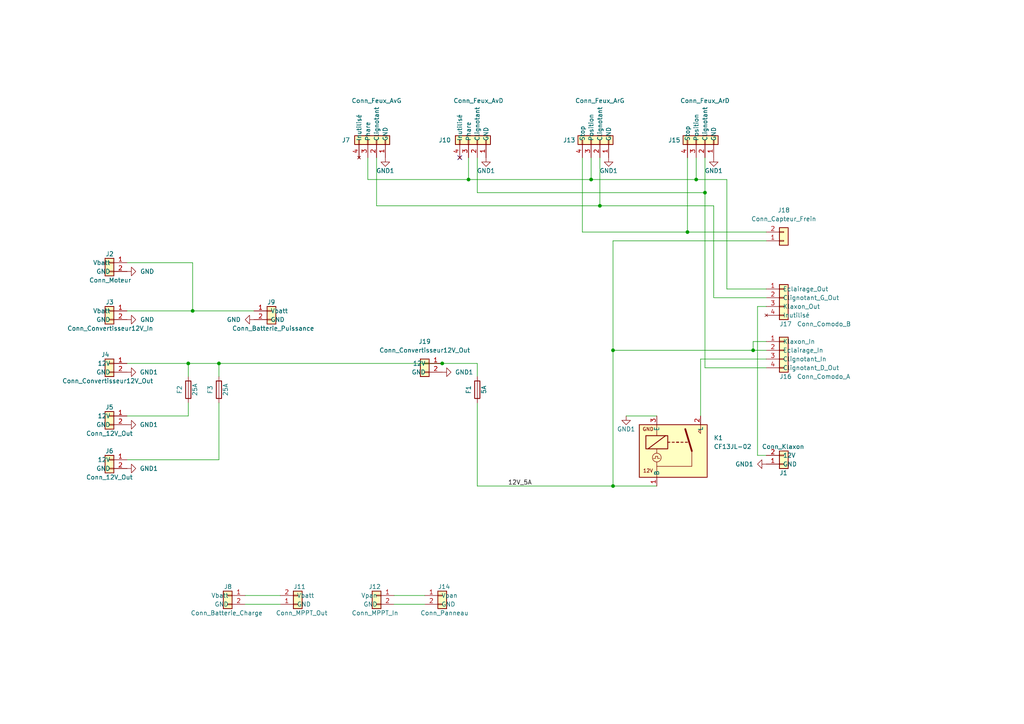
<source format=kicad_sch>
(kicad_sch (version 20211123) (generator eeschema)
  (paper "A4")
  (title_block (title "Boitier électrique vhéliotech") (date "2024-12-28") (company "Vélo solaire pour tous") (comment 1 "Licence CERN-OHL-S version 2"))
  (lib_symbols
    (symbol "Conn_Convertisseur12V_Out_1" (pin_names (offset 1.016))
      (property "Reference" "J" (at 0 2.54 0))
      (property "Value" "Conn_Convertisseur12V_Out_1" (at 0 -5.08 0))
      (symbol "Conn_Convertisseur12V_Out_1_1_1"
        (rectangle (start -1.27 -2.413) (end 0 -2.667) (stroke (width 0.1524)))
        (rectangle (start -1.27 0.127) (end 0 -0.127) (stroke (width 0.1524)))
        (rectangle (start -1.27 1.27) (end 1.27 -3.81) (stroke (width 0.254)) (fill (type background)))
        (pin power_out line (at -5.08 0 0) (length 3.81) (name "12V") (number "1"))
        (pin power_out line (at -5.08 -2.54 0) (length 3.81) (name "GND") (number "2"))
      )
    )
    (symbol "Connector_Generic:Conn_01x02" (pin_names (offset 1.016) hide)
      (property "Reference" "J" (at 0 2.54 0))
      (property "Value" "Conn_01x02" (at 0 -5.08 0))
      (symbol "Conn_01x02_1_1"
        (rectangle (start -1.27 -2.413) (end 0 -2.667) (stroke (width 0.1524)))
        (rectangle (start -1.27 0.127) (end 0 -0.127) (stroke (width 0.1524)))
        (rectangle (start -1.27 1.27) (end 1.27 -3.81) (stroke (width 0.254)) (fill (type background)))
        (pin passive line (at -5.08 0 0) (length 3.81) (name "Pin_1") (number "1"))
        (pin passive line (at -5.08 -2.54 0) (length 3.81) (name "Pin_2") (number "2"))
      )
    )
    (symbol "circuit:CF13JL-02"
      (property "Reference" "K" (at 11.43 3.81 0))
      (property "Value" "CF13JL-02" (at 17.78 1.27 0))
      (symbol "CF13JL-02_0_1"
        (circle (center -5.08 -4.445) (radius 1.27))
        (polyline (pts (xy -5.08 -6.985) (xy -5.08 -5.715)))
        (polyline (pts (xy -6.096 -4.699) (xy -5.461 -4.699) (xy -5.461 -4.064) (xy -4.826 -4.064) (xy -4.826 -4.699) (xy -4.191 -4.699)))
      )
      (symbol "CF13JL-02_1_1"
        (rectangle (start -10.16 5.08) (end 9.525 -10.16) (stroke (width 0.254)) (fill (type background)))
        (rectangle (start -8.255 1.905) (end -1.905 -1.905) (stroke (width 0.254)))
        (polyline (pts (xy -7.62 -1.905) (xy -2.54 1.905)) (stroke (width 0.254)))
        (polyline (pts (xy -5.08 -10.16) (xy -5.08 -6.985)))
        (polyline (pts (xy -5.08 -3.175) (xy -5.08 -1.905)))
        (polyline (pts (xy -5.08 5.08) (xy -5.08 1.905)))
        (polyline (pts (xy -1.905 0) (xy -1.27 0)) (stroke (width 0.254)))
        (polyline (pts (xy -0.635 0) (xy 0 0)) (stroke (width 0.254)))
        (polyline (pts (xy 0.635 0) (xy 1.27 0)) (stroke (width 0.254)))
        (polyline (pts (xy 0.635 0) (xy 1.27 0)) (stroke (width 0.254)))
        (polyline (pts (xy 1.905 0) (xy 2.54 0)) (stroke (width 0.254)))
        (polyline (pts (xy 3.175 0) (xy 3.81 0)) (stroke (width 0.254)))
        (polyline (pts (xy 5.08 -6.985) (xy -5.08 -6.985)))
        (polyline (pts (xy 5.08 -2.54) (xy 3.175 3.81)) (stroke (width 0.508)))
        (polyline (pts (xy 5.08 -2.54) (xy 5.08 -6.985)))
        (polyline (pts (xy 7.62 3.81) (xy 7.62 5.08)))
        (polyline (pts (xy 7.62 3.81) (xy 7.62 2.54) (xy 6.985 3.175) (xy 7.62 3.81)))
        (text "12V" (at -7.62 -8.255 0) (effects (font (size 1.016 1.016))))
        (text "GND" (at -7.62 3.81 0) (effects (font (size 1.016 1.016))))
        (pin passive line (at -5.08 -12.7 90) (length 2.54) (name "B") (number "1"))
        (pin passive line (at 7.62 7.62 270) (length 2.54) (name "L") (number "2"))
        (pin passive line (at -5.08 7.62 270) (length 2.54) (name "E") (number "3"))
      )
    )
    (symbol "circuit:Conn_12V_Out" (pin_names (offset 1.016))
      (property "Reference" "J" (at 0 2.54 0))
      (property "Value" "Conn_12V_Out" (at 0 -5.08 0))
      (symbol "Conn_12V_Out_1_1"
        (rectangle (start -1.27 -2.413) (end 0 -2.667) (stroke (width 0.1524)))
        (rectangle (start -1.27 0.127) (end 0 -0.127) (stroke (width 0.1524)))
        (rectangle (start -1.27 1.27) (end 1.27 -3.81) (stroke (width 0.254)) (fill (type background)))
        (pin power_in line (at -5.08 0 0) (length 3.81) (name "12V") (number "1"))
        (pin power_in line (at -5.08 -2.54 0) (length 3.81) (name "GND") (number "2"))
      )
    )
    (symbol "circuit:Conn_Batterie_Charge" (pin_names (offset 1.016))
      (property "Reference" "J" (at 0 2.54 0))
      (property "Value" "Conn_Batterie_Charge" (at 0 -5.08 0))
      (symbol "Conn_Batterie_Charge_1_1"
        (rectangle (start -1.27 -2.413) (end 0 -2.667) (stroke (width 0.1524)))
        (rectangle (start -1.27 0.127) (end 0 -0.127) (stroke (width 0.1524)))
        (rectangle (start -1.27 1.27) (end 1.27 -3.81) (stroke (width 0.254)) (fill (type background)))
        (pin power_in line (at -5.08 0 0) (length 3.81) (name "Vbatt") (number "1"))
        (pin power_in line (at -5.08 -2.54 0) (length 3.81) (name "GND") (number "2"))
      )
    )
    (symbol "circuit:Conn_Batterie_Puissance" (pin_names (offset 1.016))
      (property "Reference" "J" (at 0 2.54 0))
      (property "Value" "Conn_Batterie_Puissance" (at 0 -5.08 0))
      (symbol "Conn_Batterie_Puissance_1_1"
        (rectangle (start -1.27 -2.413) (end 0 -2.667) (stroke (width 0.1524)))
        (rectangle (start -1.27 0.127) (end 0 -0.127) (stroke (width 0.1524)))
        (rectangle (start -1.27 1.27) (end 1.27 -3.81) (stroke (width 0.254)) (fill (type background)))
        (pin power_out line (at -5.08 0 0) (length 3.81) (name "Vbatt") (number "1"))
        (pin power_out line (at -5.08 -2.54 0) (length 3.81) (name "GND") (number "2"))
      )
    )
    (symbol "circuit:Conn_Comodo_A" (pin_names (offset 1.016))
      (property "Reference" "J" (at 0 5.08 0))
      (property "Value" "Conn_Comodo_A" (at 0 -7.62 0))
      (symbol "Conn_Comodo_A_1_1"
        (rectangle (start -1.27 -4.953) (end 0 -5.207) (stroke (width 0.1524)))
        (rectangle (start -1.27 -2.413) (end 0 -2.667) (stroke (width 0.1524)))
        (rectangle (start -1.27 0.127) (end 0 -0.127) (stroke (width 0.1524)))
        (rectangle (start -1.27 2.667) (end 0 2.413) (stroke (width 0.1524)))
        (rectangle (start -1.27 3.81) (end 1.27 -6.35) (stroke (width 0.254)) (fill (type background)))
        (pin power_in line (at -5.08 2.54 0) (length 3.81) (name "Klaxon_In") (number "1"))
        (pin power_in line (at -5.08 0 0) (length 3.81) (name "Eclairage_In") (number "2"))
        (pin passive line (at -5.08 -2.54 0) (length 3.81) (name "Clignotant_In") (number "3"))
        (pin passive line (at -5.08 -5.08 0) (length 3.81) (name "Clignotant_D_Out") (number "4"))
      )
    )
    (symbol "circuit:Conn_Comodo_B" (pin_names (offset 1.016))
      (property "Reference" "J" (at 0 5.08 0))
      (property "Value" "Conn_Comodo_B" (at 0 -7.62 0))
      (symbol "Conn_Comodo_B_1_1"
        (rectangle (start -1.27 -4.953) (end 0 -5.207) (stroke (width 0.1524)))
        (rectangle (start -1.27 -2.413) (end 0 -2.667) (stroke (width 0.1524)))
        (rectangle (start -1.27 0.127) (end 0 -0.127) (stroke (width 0.1524)))
        (rectangle (start -1.27 2.667) (end 0 2.413) (stroke (width 0.1524)))
        (rectangle (start -1.27 3.81) (end 1.27 -6.35) (stroke (width 0.254)) (fill (type background)))
        (pin passive line (at -5.08 2.54 0) (length 3.81) (name "Eclairage_Out") (number "1"))
        (pin passive line (at -5.08 0 0) (length 3.81) (name "Clignotant_G_Out") (number "2"))
        (pin passive line (at -5.08 -2.54 0) (length 3.81) (name "Klaxon_Out") (number "3"))
        (pin no_connect line (at -5.08 -5.08 0) (length 3.81) (name "Inutilisé") (number "4"))
      )
    )
    (symbol "circuit:Conn_Convertisseur12V_In" (pin_names (offset 1.016))
      (property "Reference" "J" (at 0 2.54 0))
      (property "Value" "Conn_Convertisseur12V_In" (at 0 -5.08 0))
      (symbol "Conn_Convertisseur12V_In_1_1"
        (rectangle (start -1.27 -2.413) (end 0 -2.667) (stroke (width 0.1524)))
        (rectangle (start -1.27 0.127) (end 0 -0.127) (stroke (width 0.1524)))
        (rectangle (start -1.27 1.27) (end 1.27 -3.81) (stroke (width 0.254)) (fill (type background)))
        (pin power_in line (at -5.08 0 0) (length 3.81) (name "Vbatt") (number "1"))
        (pin power_in line (at -5.08 -2.54 0) (length 3.81) (name "GND") (number "2"))
      )
    )
    (symbol "circuit:Conn_Convertisseur12V_Out" (pin_names (offset 1.016))
      (property "Reference" "J" (at 0 2.54 0))
      (property "Value" "Conn_Convertisseur12V_Out" (at 0 -5.08 0))
      (symbol "Conn_Convertisseur12V_Out_1_1"
        (rectangle (start -1.27 -2.413) (end 0 -2.667) (stroke (width 0.1524)))
        (rectangle (start -1.27 0.127) (end 0 -0.127) (stroke (width 0.1524)))
        (rectangle (start -1.27 1.27) (end 1.27 -3.81) (stroke (width 0.254)) (fill (type background)))
        (pin power_out line (at -5.08 0 0) (length 3.81) (name "12V") (number "1"))
        (pin power_out line (at -5.08 -2.54 0) (length 3.81) (name "GND") (number "2"))
      )
    )
    (symbol "circuit:Conn_Feux_Arriere" (pin_names (offset 1.016))
      (property "Reference" "J" (at 0 5.08 0))
      (property "Value" "Conn_Feux_Arriere" (at 0 -7.62 0))
      (symbol "Conn_Feux_Arriere_1_1"
        (rectangle (start -1.27 -4.953) (end 0 -5.207) (stroke (width 0.1524)))
        (rectangle (start -1.27 -2.413) (end 0 -2.667) (stroke (width 0.1524)))
        (rectangle (start -1.27 0.127) (end 0 -0.127) (stroke (width 0.1524)))
        (rectangle (start -1.27 2.667) (end 0 2.413) (stroke (width 0.1524)))
        (rectangle (start -1.27 3.81) (end 1.27 -6.35) (stroke (width 0.254)) (fill (type background)))
        (pin power_in line (at -5.08 2.54 0) (length 3.81) (name "GND") (number "1"))
        (pin passive line (at -5.08 0 0) (length 3.81) (name "Clignotant") (number "2"))
        (pin passive line (at -5.08 -2.54 0) (length 3.81) (name "Position") (number "3"))
        (pin passive line (at -5.08 -5.08 0) (length 3.81) (name "Stop") (number "4"))
      )
    )
    (symbol "circuit:Conn_Feux_Avant" (pin_names (offset 1.016))
      (property "Reference" "J" (at 0 5.08 0))
      (property "Value" "Conn_Feux_Avant" (at 0 -7.62 0))
      (symbol "Conn_Feux_Avant_1_1"
        (rectangle (start -1.27 -4.953) (end 0 -5.207) (stroke (width 0.1524)))
        (rectangle (start -1.27 -2.413) (end 0 -2.667) (stroke (width 0.1524)))
        (rectangle (start -1.27 0.127) (end 0 -0.127) (stroke (width 0.1524)))
        (rectangle (start -1.27 2.667) (end 0 2.413) (stroke (width 0.1524)))
        (rectangle (start -1.27 3.81) (end 1.27 -6.35) (stroke (width 0.254)) (fill (type background)))
        (pin power_in line (at -5.08 2.54 0) (length 3.81) (name "GND") (number "1"))
        (pin passive line (at -5.08 0 0) (length 3.81) (name "Clignotant") (number "2"))
        (pin passive line (at -5.08 -2.54 0) (length 3.81) (name "Phare") (number "3"))
        (pin no_connect line (at -5.08 -5.08 0) (length 3.81) (name "Inutilisé") (number "4"))
      )
    )
    (symbol "circuit:Conn_Klaxon" (pin_names (offset 1.016))
      (property "Reference" "J" (at 0 2.54 0))
      (property "Value" "Conn_Klaxon" (at 0 -5.08 0))
      (symbol "Conn_Klaxon_1_1"
        (rectangle (start -1.27 -2.413) (end 0 -2.667) (stroke (width 0.1524)))
        (rectangle (start -1.27 0.127) (end 0 -0.127) (stroke (width 0.1524)))
        (rectangle (start -1.27 1.27) (end 1.27 -3.81) (stroke (width 0.254)) (fill (type background)))
        (pin power_in line (at -5.08 0 0) (length 3.81) (name "GND") (number "1"))
        (pin passive line (at -5.08 -2.54 0) (length 3.81) (name "12V") (number "2"))
      )
    )
    (symbol "circuit:Conn_MPPT_In" (pin_names (offset 1.016))
      (property "Reference" "J" (at 0 2.54 0))
      (property "Value" "Conn_MPPT_In" (at 0 -5.08 0))
      (symbol "Conn_MPPT_In_1_1"
        (rectangle (start -1.27 -2.413) (end 0 -2.667) (stroke (width 0.1524)))
        (rectangle (start -1.27 0.127) (end 0 -0.127) (stroke (width 0.1524)))
        (rectangle (start -1.27 1.27) (end 1.27 -3.81) (stroke (width 0.254)) (fill (type background)))
        (pin power_in line (at -5.08 0 0) (length 3.81) (name "Vpan") (number "1"))
        (pin power_in line (at -5.08 -2.54 0) (length 3.81) (name "GND") (number "2"))
      )
    )
    (symbol "circuit:Conn_MPPT_Out" (pin_names (offset 1.016))
      (property "Reference" "J" (at 0 2.54 0))
      (property "Value" "Conn_MPPT_Out" (at 0 -5.08 0))
      (symbol "Conn_MPPT_Out_1_1"
        (rectangle (start -1.27 -2.413) (end 0 -2.667) (stroke (width 0.1524)))
        (rectangle (start -1.27 0.127) (end 0 -0.127) (stroke (width 0.1524)))
        (rectangle (start -1.27 1.27) (end 1.27 -3.81) (stroke (width 0.254)) (fill (type background)))
        (pin power_out line (at -5.08 -2.54 0) (length 3.81) (name "GND") (number "1"))
        (pin power_out line (at -5.08 0 0) (length 3.81) (name "Vbatt") (number "2"))
      )
    )
    (symbol "circuit:Conn_Moteur" (pin_names (offset 1.016))
      (property "Reference" "J" (at 0 2.54 0))
      (property "Value" "Conn_Moteur" (at 0 -5.08 0))
      (symbol "Conn_Moteur_1_1"
        (rectangle (start -1.27 -2.413) (end 0 -2.667) (stroke (width 0.1524)))
        (rectangle (start -1.27 0.127) (end 0 -0.127) (stroke (width 0.1524)))
        (rectangle (start -1.27 1.27) (end 1.27 -3.81) (stroke (width 0.254)) (fill (type background)))
        (pin power_in line (at -5.08 0 0) (length 3.81) (name "Vbatt") (number "1"))
        (pin power_in line (at -5.08 -2.54 0) (length 3.81) (name "GND") (number "2"))
      )
    )
    (symbol "circuit:Conn_Panneau" (pin_names (offset 1.016))
      (property "Reference" "J" (at 0 2.54 0))
      (property "Value" "Conn_Panneau" (at 0 -5.08 0))
      (symbol "Conn_Panneau_1_1"
        (rectangle (start -1.27 -2.413) (end 0 -2.667) (stroke (width 0.1524)))
        (rectangle (start -1.27 0.127) (end 0 -0.127) (stroke (width 0.1524)))
        (rectangle (start -1.27 1.27) (end 1.27 -3.81) (stroke (width 0.254)) (fill (type background)))
        (pin power_out line (at -5.08 0 0) (length 3.81) (name "Vpan") (number "1"))
        (pin power_out line (at -5.08 -2.54 0) (length 3.81) (name "GND") (number "2"))
      )
    )
    (symbol "circuit:Fuse" (pin_numbers hide) (pin_names (offset 0))
      (property "Reference" "F" (at 2.032 0 90))
      (property "Value" "Fuse" (at -1.905 0 90))
      (symbol "Fuse_0_1"
        (rectangle (start -0.762 -2.54) (end 0.762 2.54) (stroke (width 0.254)))
        (polyline (pts (xy 0 2.54) (xy 0 -2.54)))
      )
      (symbol "Fuse_1_1"
        (pin power_out line (at 0 3.81 270) (length 1.27) (name "~") (number "1"))
        (pin power_in line (at 0 -3.81 90) (length 1.27) (name "~") (number "2"))
      )
    )
    (symbol "power:GND" (power) (pin_names (offset 0))
      (property "Value" "GND" (at 0 -3.81 0))
      (symbol "GND_0_1"
        (polyline (pts (xy 0 0) (xy 0 -1.27) (xy 1.27 -1.27) (xy 0 -2.54) (xy -1.27 -1.27) (xy 0 -1.27)))
      )
      (symbol "GND_1_1"
        (pin power_in line (at 0 0 270) (length 0) hide (name "GND") (number "1"))
      )
    )
    (symbol "power:GND1" (power) (pin_names (offset 0))
      (property "Value" "GND1" (at 0 -3.81 0))
      (symbol "GND1_0_1"
        (polyline (pts (xy 0 0) (xy 0 -1.27) (xy 1.27 -1.27) (xy 0 -2.54) (xy -1.27 -1.27) (xy 0 -1.27)))
      )
      (symbol "GND1_1_1"
        (pin power_in line (at 0 0 270) (length 0) hide (name "GND1") (number "1"))
      )
    )
  )
  (junction (at 173.99 59.69))
  (junction (at 55.88 90.17))
  (junction (at 135.89 52.07))
  (junction (at 171.45 52.07))
  (junction (at 63.5 105.41))
  (junction (at 199.39 67.31))
  (junction (at 177.8 140.97))
  (junction (at 54.61 105.41))
  (junction (at 177.8 101.6))
  (junction (at 201.93 52.07))
  (junction (at 204.47 55.88))
  (junction (at 128.27 105.41))
  (junction (at 218.44 101.6))
  (no_connect (at 133.35 45.72))
  (wire (pts (xy 55.88 76.2) (xy 36.83 76.2)))
  (wire (pts (xy 54.61 116.84) (xy 54.61 120.65)))
  (wire (pts (xy 54.61 105.41) (xy 54.61 109.22)))
  (wire (pts (xy 36.83 133.35) (xy 63.5 133.35)))
  (wire (pts (xy 135.89 52.07) (xy 106.68 52.07)))
  (wire (pts (xy 218.44 99.06) (xy 222.25 99.06)))
  (wire (pts (xy 71.12 172.72) (xy 81.28 172.72)))
  (wire (pts (xy 201.93 45.72) (xy 201.93 52.07)))
  (wire (pts (xy 173.99 45.72) (xy 173.99 59.69)))
  (wire (pts (xy 63.5 133.35) (xy 63.5 116.84)))
  (wire (pts (xy 138.43 116.84) (xy 138.43 140.97)))
  (wire (pts (xy 36.83 90.17) (xy 55.88 90.17)))
  (wire (pts (xy 203.2 104.14) (xy 222.25 104.14)))
  (wire (pts (xy 204.47 55.88) (xy 138.43 55.88)))
  (wire (pts (xy 135.89 45.72) (xy 135.89 52.07)))
  (wire (pts (xy 54.61 105.41) (xy 63.5 105.41)))
  (wire (pts (xy 218.44 101.6) (xy 177.8 101.6)))
  (wire (pts (xy 207.01 86.36) (xy 222.25 86.36)))
  (wire (pts (xy 138.43 109.22) (xy 138.43 105.41)))
  (wire (pts (xy 219.71 132.08) (xy 222.25 132.08)))
  (wire (pts (xy 63.5 105.41) (xy 128.27 105.41)))
  (wire (pts (xy 128.27 105.41) (xy 138.43 105.41)))
  (wire (pts (xy 222.25 67.31) (xy 199.39 67.31)))
  (wire (pts (xy 177.8 101.6) (xy 177.8 140.97)))
  (wire (pts (xy 199.39 67.31) (xy 199.39 45.72)))
  (wire (pts (xy 222.25 101.6) (xy 218.44 101.6)))
  (wire (pts (xy 210.82 52.07) (xy 210.82 83.82)))
  (wire (pts (xy 203.2 120.65) (xy 203.2 104.14)))
  (wire (pts (xy 181.61 120.65) (xy 190.5 120.65)))
  (wire (pts (xy 168.91 67.31) (xy 168.91 45.72)))
  (wire (pts (xy 63.5 105.41) (xy 63.5 109.22)))
  (wire (pts (xy 109.22 59.69) (xy 109.22 45.72)))
  (wire (pts (xy 55.88 90.17) (xy 73.66 90.17)))
  (wire (pts (xy 204.47 106.68) (xy 222.25 106.68)))
  (wire (pts (xy 177.8 69.85) (xy 222.25 69.85)))
  (wire (pts (xy 36.83 120.65) (xy 54.61 120.65)))
  (wire (pts (xy 219.71 88.9) (xy 219.71 132.08)))
  (wire (pts (xy 135.89 52.07) (xy 171.45 52.07)))
  (wire (pts (xy 171.45 45.72) (xy 171.45 52.07)))
  (wire (pts (xy 177.8 69.85) (xy 177.8 101.6)))
  (wire (pts (xy 173.99 59.69) (xy 109.22 59.69)))
  (wire (pts (xy 207.01 59.69) (xy 207.01 86.36)))
  (wire (pts (xy 190.5 140.97) (xy 177.8 140.97)))
  (wire (pts (xy 218.44 101.6) (xy 218.44 99.06)))
  (wire (pts (xy 55.88 90.17) (xy 55.88 76.2)))
  (wire (pts (xy 199.39 67.31) (xy 168.91 67.31)))
  (wire (pts (xy 177.8 140.97) (xy 138.43 140.97)))
  (wire (pts (xy 138.43 55.88) (xy 138.43 45.72)))
  (wire (pts (xy 204.47 55.88) (xy 204.47 106.68)))
  (wire (pts (xy 114.3 175.26) (xy 123.19 175.26)))
  (wire (pts (xy 222.25 88.9) (xy 219.71 88.9)))
  (wire (pts (xy 173.99 59.69) (xy 207.01 59.69)))
  (wire (pts (xy 114.3 172.72) (xy 123.19 172.72)))
  (wire (pts (xy 204.47 45.72) (xy 204.47 55.88)))
  (wire (pts (xy 210.82 83.82) (xy 222.25 83.82)))
  (wire (pts (xy 36.83 105.41) (xy 54.61 105.41)))
  (wire (pts (xy 171.45 52.07) (xy 201.93 52.07)))
  (wire (pts (xy 71.12 175.26) (xy 81.28 175.26)))
  (wire (pts (xy 201.93 52.07) (xy 210.82 52.07)))
  (wire (pts (xy 106.68 52.07) (xy 106.68 45.72)))
  (label "12V_5A" (at 147.32 140.97 0))
  (symbol (lib_id "power:GND") (at 36.83 78.74 90) (unit 1)
    (property "Reference" "#PWR0101" (effects hide))
    (property "Value" "GND" (at 40.64 78.7399 90) (effects (justify right)))
  )
  (symbol (lib_id "circuit:Conn_Convertisseur12V_In") (at 31.75 90.17 0) (mirror y) (unit 1) (in_bom no) (on_board no)
    (property "Reference" "J3" (at 33.02 87.63 0) (effects (justify left)))
    (property "Value" "Conn_Convertisseur12V_In" (at 44.45 95.25 0) (effects (justify left)))
    (property "Footprint" "circuit:TerminalBlock_Amphenol_HG0200X0000G_1x02_P5.00mm_45Degree" (effects hide))
  )
  (symbol (lib_id "power:GND1") (at 111.76 45.72 0) (unit 1)
    (property "Reference" "#PWR0105" (effects hide))
    (property "Value" "GND1" (at 111.76 49.53 0))
  )
  (symbol (lib_id "circuit:Conn_Feux_Avant") (at 138.43 40.64 270) (mirror x) (unit 1)
    (property "Reference" "J10" (at 130.81 40.64 90) (effects (justify right)))
    (property "Value" "Conn_Feux_AvD" (at 146.05 29.21 90) (effects (justify right)))
    (property "Footprint" "circuit:Generic_HeaderSocket_1x04_P5.08mm_Vertical_Open" (effects hide))
  )
  (symbol (lib_id "circuit:CF13JL-02") (at 195.58 128.27 0) (unit 1)
    (property "Reference" "K1" (at 207.01 126.9999 0) (effects (justify left)))
    (property "Value" "CF13JL-02" (at 207.01 129.5399 0) (effects (justify left)))
    (property "Footprint" "circuit:CF13JL-02" (effects hide))
  )
  (symbol (lib_id "circuit:Fuse") (at 54.61 113.03 180) (unit 1) (in_bom no) (on_board no)
    (property "Reference" "F2" (at 52.07 113.03 90))
    (property "Value" "25A" (at 56.515 113.03 90))
    (property "Footprint" "circuit:Littelfuse_FuseHolder_FL1_178.6764.0001" (effects hide))
  )
  (symbol (lib_id "power:GND1") (at 36.83 135.89 90) (unit 1)
    (property "Reference" "#PWR0110" (effects hide))
    (property "Value" "GND1" (at 43.18 135.89 90))
  )
  (symbol (lib_id "power:GND") (at 73.66 92.71 270) (unit 1)
    (property "Reference" "#PWR0111" (effects hide))
    (property "Value" "GND" (at 69.85 92.7099 90) (effects (justify right)))
  )
  (symbol (lib_id "circuit:Conn_Klaxon") (at 227.33 134.62 0) (mirror x) (unit 1)
    (property "Reference" "J1" (at 226.06 137.16 0) (effects (justify left)))
    (property "Value" "Conn_Klaxon" (at 220.98 129.54 0) (effects (justify left)))
    (property "Footprint" "Connector_Phoenix_MSTB:PhoenixContact_MSTBVA_2,5_2-G-5,08_1x02_P5.08mm_Vertical" (effects hide))
  )
  (symbol (lib_id "circuit:Conn_12V_Out") (at 31.75 120.65 0) (mirror y) (unit 1) (in_bom no) (on_board no)
    (property "Reference" "J5" (at 31.75 118.11 0))
    (property "Value" "Conn_12V_Out" (at 31.75 125.73 0))
    (property "Footprint" "circuit:TerminalBlock_Amphenol_HG0200X0000G_1x02_P5.00mm_45Degree" (effects hide))
  )
  (symbol (lib_id "power:GND1") (at 140.97 45.72 0) (unit 1)
    (property "Reference" "#PWR0106" (effects hide))
    (property "Value" "GND1" (at 140.97 49.53 0))
  )
  (symbol (lib_id "power:GND1") (at 36.83 107.95 90) (unit 1)
    (property "Reference" "#PWR0103" (effects hide))
    (property "Value" "GND1" (at 43.18 107.95 90))
  )
  (symbol (lib_id "circuit:Conn_Feux_Arriere") (at 173.99 40.64 270) (mirror x) (unit 1)
    (property "Reference" "J13" (at 165.1 40.64 90))
    (property "Value" "Conn_Feux_ArG" (at 173.99 29.21 90))
    (property "Footprint" "circuit:Generic_HeaderSocket_1x04_P5.08mm_Vertical_Open" (effects hide))
  )
  (symbol (lib_id "circuit:Conn_Batterie_Puissance") (at 78.74 90.17 0) (unit 1) (in_bom no) (on_board no)
    (property "Reference" "J9" (at 77.47 87.63 0) (effects (justify left)))
    (property "Value" "Conn_Batterie_Puissance" (at 67.31 95.25 0) (effects (justify left)))
    (property "Footprint" "circuit:TerminalBlock_Amphenol_HG0200X0000G_1x02_P5.00mm_45Degree" (effects hide))
  )
  (symbol (lib_id "circuit:Conn_Moteur") (at 31.75 76.2 0) (mirror y) (unit 1) (in_bom no) (on_board no)
    (property "Reference" "J2" (at 33.02 73.66 0) (effects (justify left)))
    (property "Value" "Conn_Moteur" (at 38.1 81.28 0) (effects (justify left)))
    (property "Footprint" "circuit:TerminalBlock_Amphenol_HG0200X0000G_1x02_P5.00mm_45Degree" (effects hide))
  )
  (symbol (lib_id "power:GND1") (at 222.25 134.62 270) (mirror x) (unit 1)
    (property "Reference" "#PWR0102" (effects hide))
    (property "Value" "GND1" (at 215.9 134.62 90))
  )
  (symbol (lib_id "circuit:Conn_Convertisseur12V_Out") (at 31.75 105.41 0) (mirror y) (unit 1) (in_bom no) (on_board no)
    (property "Reference" "J4" (at 31.75 102.87 0) (effects (justify left)))
    (property "Value" "Conn_Convertisseur12V_Out" (at 44.45 110.49 0) (effects (justify left)))
    (property "Footprint" "Connector_Phoenix_MSTB:PhoenixContact_MSTBVA_2,5_2-G-5,08_1x02_P5.08mm_Vertical" (effects hide))
  )
  (symbol (lib_id "circuit:Conn_MPPT_In") (at 109.22 172.72 0) (mirror y) (unit 1) (in_bom no) (on_board no)
    (property "Reference" "J12" (at 110.49 170.18 0) (effects (justify left)))
    (property "Value" "Conn_MPPT_In" (at 115.57 177.8 0) (effects (justify left)))
    (property "Footprint" "circuit:TerminalBlock_Amphenol_HG0200X0000G_1x02_P5.00mm_45Degree" (effects hide))
  )
  (symbol (lib_id "circuit:Conn_Comodo_A") (at 227.33 101.6 0) (unit 1)
    (property "Reference" "J16" (at 226.06 109.22 0) (effects (justify left)))
    (property "Value" "Conn_Comodo_A" (at 231.14 109.22 0) (effects (justify left)))
    (property "Footprint" "circuit:Generic_HeaderSocket_1x04_P5.08mm_Vertical_Open" (effects hide))
  )
  (symbol (lib_id "circuit:Conn_Panneau") (at 128.27 172.72 0) (unit 1) (in_bom no) (on_board no)
    (property "Reference" "J14" (at 127 170.18 0) (effects (justify left)))
    (property "Value" "Conn_Panneau" (at 121.92 177.8 0) (effects (justify left)))
    (property "Footprint" "circuit:TerminalBlock_Amphenol_HG0200X0000G_1x02_P5.00mm_45Degree" (effects hide))
  )
  (symbol (lib_id "circuit:Conn_Batterie_Charge") (at 66.04 172.72 0) (mirror y) (unit 1) (in_bom no) (on_board no)
    (property "Reference" "J8" (at 67.31 170.18 0) (effects (justify left)))
    (property "Value" "Conn_Batterie_Charge" (at 76.2 177.8 0) (effects (justify left)))
    (property "Footprint" "circuit:TerminalBlock_Amphenol_HG0200X0000G_1x02_P5.00mm_45Degree" (effects hide))
  )
  (symbol (lib_id "power:GND1") (at 128.27 107.95 90) (unit 1)
    (property "Reference" "#PWR0113" (effects hide))
    (property "Value" "GND1" (at 134.62 107.95 90))
  )
  (symbol (lib_id "power:GND1") (at 36.83 123.19 90) (unit 1)
    (property "Reference" "#PWR0109" (effects hide))
    (property "Value" "GND1" (at 43.18 123.19 90))
  )
  (symbol (lib_id "circuit:Conn_Comodo_B") (at 227.33 86.36 0) (unit 1)
    (property "Reference" "J17" (at 226.06 93.98 0) (effects (justify left)))
    (property "Value" "Conn_Comodo_B" (at 231.14 93.98 0) (effects (justify left)))
    (property "Footprint" "circuit:Generic_HeaderSocket_1x04_P5.08mm_Vertical_Open" (effects hide))
  )
  (symbol (lib_id "circuit:Fuse") (at 138.43 113.03 180) (unit 1)
    (property "Reference" "F1" (at 135.89 113.03 90))
    (property "Value" "5A" (at 140.335 113.03 90))
    (property "Footprint" "circuit:Littelfuse_FuseHolder_FL1_178.6764.0001" (effects hide))
  )
  (symbol (lib_id "circuit:Fuse") (at 63.5 113.03 180) (unit 1) (in_bom no) (on_board no)
    (property "Reference" "F3" (at 60.96 113.03 90))
    (property "Value" "25A" (at 65.405 113.03 90))
    (property "Footprint" "circuit:Littelfuse_FuseHolder_FL1_178.6764.0001" (effects hide))
  )
  (symbol (lib_id "power:GND1") (at 181.61 120.65 0) (unit 1)
    (property "Reference" "#PWR0112" (effects hide))
    (property "Value" "GND1" (at 181.61 124.46 0))
  )
  (symbol (lib_id "circuit:Conn_12V_Out") (at 31.75 133.35 0) (mirror y) (unit 1) (in_bom no) (on_board no)
    (property "Reference" "J6" (at 31.75 130.81 0))
    (property "Value" "Conn_12V_Out" (at 31.75 138.43 0))
    (property "Footprint" "circuit:TerminalBlock_Amphenol_HG0200X0000G_1x02_P5.00mm_45Degree" (effects hide))
  )
  (symbol (lib_id "circuit:Conn_Feux_Arriere") (at 204.47 40.64 270) (mirror x) (unit 1)
    (property "Reference" "J15" (at 195.58 40.64 90))
    (property "Value" "Conn_Feux_ArD" (at 204.47 29.21 90))
    (property "Footprint" "circuit:Generic_HeaderSocket_1x04_P5.08mm_Vertical_Open" (effects hide))
  )
  (symbol (lib_id "circuit:Conn_Feux_Avant") (at 109.22 40.64 270) (mirror x) (unit 1)
    (property "Reference" "J7" (at 100.33 40.64 90))
    (property "Value" "Conn_Feux_AvG" (at 109.22 29.21 90))
    (property "Footprint" "circuit:Generic_HeaderSocket_1x04_P5.08mm_Vertical_Open" (effects hide))
  )
  (symbol (lib_id "power:GND1") (at 207.01 45.72 0) (unit 1)
    (property "Reference" "#PWR0108" (effects hide))
    (property "Value" "GND1" (at 207.01 49.53 0))
  )
  (symbol (lib_id "power:GND") (at 36.83 92.71 90) (unit 1)
    (property "Reference" "#PWR0104" (effects hide))
    (property "Value" "GND" (at 40.64 92.7099 90) (effects (justify right)))
  )
  (symbol (lib_id "circuit:Conn_MPPT_Out") (at 86.36 172.72 0) (unit 1) (in_bom no) (on_board no)
    (property "Reference" "J11" (at 85.09 170.18 0) (effects (justify left)))
    (property "Value" "Conn_MPPT_Out" (at 80.01 177.8 0) (effects (justify left)))
    (property "Footprint" "circuit:TerminalBlock_Amphenol_HG0200X0000G_1x02_P5.00mm_45Degree" (effects hide))
  )
  (symbol (lib_id "power:GND1") (at 176.53 45.72 0) (unit 1)
    (property "Reference" "#PWR0107" (effects hide))
    (property "Value" "GND1" (at 176.53 49.53 0))
  )
  (symbol (lib_id "Connector_Generic:Conn_01x02") (at 227.33 69.85 0) (mirror x) (unit 1)
    (property "Reference" "J18" (at 227.33 60.96 0))
    (property "Value" "Conn_Capteur_Frein" (at 227.33 63.5 0))
    (property "Footprint" "Connector_Phoenix_MSTB:PhoenixContact_MSTBVA_2,5_2-G-5,08_1x02_P5.08mm_Vertical" (effects hide))
  )
  (symbol (lib_name "Conn_Convertisseur12V_Out_1") (lib_id "circuit:Conn_Convertisseur12V_Out") (at 123.19 105.41 0) (mirror y) (unit 1)
    (property "Reference" "J19" (at 123.19 99.06 0))
    (property "Value" "Conn_Convertisseur12V_Out" (at 123.19 101.6 0))
    (property "Footprint" "Connector_Phoenix_MSTB:PhoenixContact_MSTBVA_2,5_2-G-5,08_1x02_P5.08mm_Vertical" (effects hide))
  )
)
</source>
